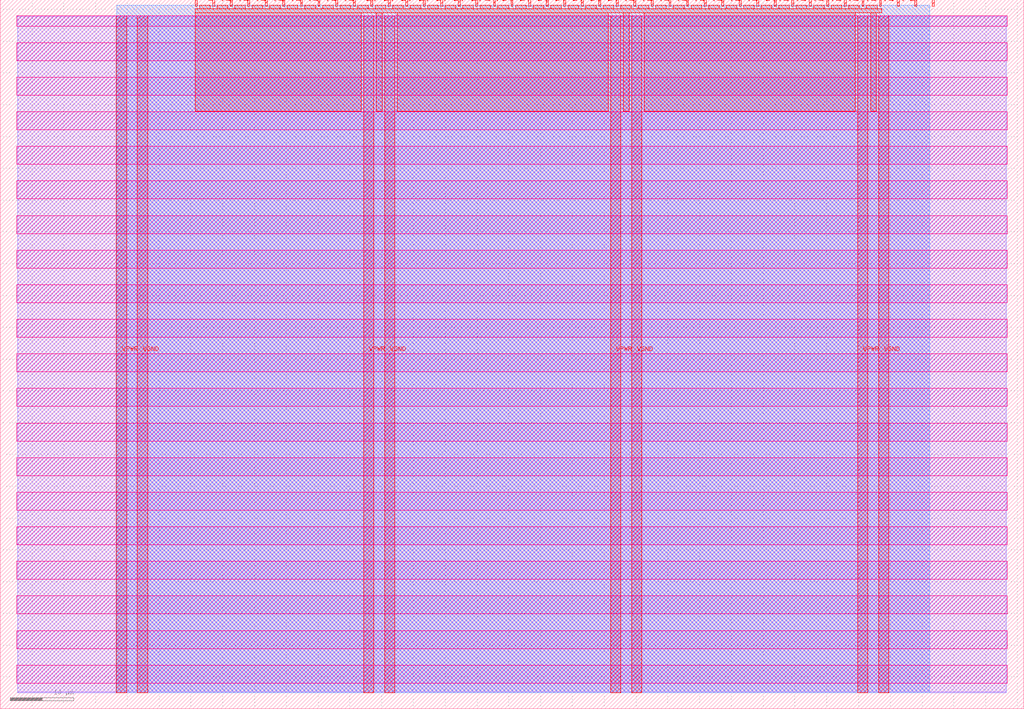
<source format=lef>
VERSION 5.7 ;
  NOWIREEXTENSIONATPIN ON ;
  DIVIDERCHAR "/" ;
  BUSBITCHARS "[]" ;
MACRO tt_um_wokwi_408216451206371329
  CLASS BLOCK ;
  FOREIGN tt_um_wokwi_408216451206371329 ;
  ORIGIN 0.000 0.000 ;
  SIZE 161.000 BY 111.520 ;
  PIN VGND
    DIRECTION INOUT ;
    USE GROUND ;
    PORT
      LAYER met4 ;
        RECT 21.580 2.480 23.180 109.040 ;
    END
    PORT
      LAYER met4 ;
        RECT 60.450 2.480 62.050 109.040 ;
    END
    PORT
      LAYER met4 ;
        RECT 99.320 2.480 100.920 109.040 ;
    END
    PORT
      LAYER met4 ;
        RECT 138.190 2.480 139.790 109.040 ;
    END
  END VGND
  PIN VPWR
    DIRECTION INOUT ;
    USE POWER ;
    PORT
      LAYER met4 ;
        RECT 18.280 2.480 19.880 109.040 ;
    END
    PORT
      LAYER met4 ;
        RECT 57.150 2.480 58.750 109.040 ;
    END
    PORT
      LAYER met4 ;
        RECT 96.020 2.480 97.620 109.040 ;
    END
    PORT
      LAYER met4 ;
        RECT 134.890 2.480 136.490 109.040 ;
    END
  END VPWR
  PIN clk
    DIRECTION INPUT ;
    USE SIGNAL ;
    PORT
      LAYER met4 ;
        RECT 143.830 110.520 144.130 111.520 ;
    END
  END clk
  PIN ena
    DIRECTION INPUT ;
    USE SIGNAL ;
    PORT
      LAYER met4 ;
        RECT 146.590 110.520 146.890 111.520 ;
    END
  END ena
  PIN rst_n
    DIRECTION INPUT ;
    USE SIGNAL ;
    PORT
      LAYER met4 ;
        RECT 141.070 110.520 141.370 111.520 ;
    END
  END rst_n
  PIN ui_in[0]
    DIRECTION INPUT ;
    USE SIGNAL ;
    ANTENNAGATEAREA 0.196500 ;
    PORT
      LAYER met4 ;
        RECT 138.310 110.520 138.610 111.520 ;
    END
  END ui_in[0]
  PIN ui_in[1]
    DIRECTION INPUT ;
    USE SIGNAL ;
    ANTENNAGATEAREA 0.196500 ;
    PORT
      LAYER met4 ;
        RECT 135.550 110.520 135.850 111.520 ;
    END
  END ui_in[1]
  PIN ui_in[2]
    DIRECTION INPUT ;
    USE SIGNAL ;
    ANTENNAGATEAREA 0.196500 ;
    PORT
      LAYER met4 ;
        RECT 132.790 110.520 133.090 111.520 ;
    END
  END ui_in[2]
  PIN ui_in[3]
    DIRECTION INPUT ;
    USE SIGNAL ;
    ANTENNAGATEAREA 0.196500 ;
    PORT
      LAYER met4 ;
        RECT 130.030 110.520 130.330 111.520 ;
    END
  END ui_in[3]
  PIN ui_in[4]
    DIRECTION INPUT ;
    USE SIGNAL ;
    ANTENNAGATEAREA 0.196500 ;
    PORT
      LAYER met4 ;
        RECT 127.270 110.520 127.570 111.520 ;
    END
  END ui_in[4]
  PIN ui_in[5]
    DIRECTION INPUT ;
    USE SIGNAL ;
    ANTENNAGATEAREA 0.196500 ;
    PORT
      LAYER met4 ;
        RECT 124.510 110.520 124.810 111.520 ;
    END
  END ui_in[5]
  PIN ui_in[6]
    DIRECTION INPUT ;
    USE SIGNAL ;
    ANTENNAGATEAREA 0.196500 ;
    PORT
      LAYER met4 ;
        RECT 121.750 110.520 122.050 111.520 ;
    END
  END ui_in[6]
  PIN ui_in[7]
    DIRECTION INPUT ;
    USE SIGNAL ;
    ANTENNAGATEAREA 0.196500 ;
    PORT
      LAYER met4 ;
        RECT 118.990 110.520 119.290 111.520 ;
    END
  END ui_in[7]
  PIN uio_in[0]
    DIRECTION INPUT ;
    USE SIGNAL ;
    PORT
      LAYER met4 ;
        RECT 116.230 110.520 116.530 111.520 ;
    END
  END uio_in[0]
  PIN uio_in[1]
    DIRECTION INPUT ;
    USE SIGNAL ;
    PORT
      LAYER met4 ;
        RECT 113.470 110.520 113.770 111.520 ;
    END
  END uio_in[1]
  PIN uio_in[2]
    DIRECTION INPUT ;
    USE SIGNAL ;
    PORT
      LAYER met4 ;
        RECT 110.710 110.520 111.010 111.520 ;
    END
  END uio_in[2]
  PIN uio_in[3]
    DIRECTION INPUT ;
    USE SIGNAL ;
    PORT
      LAYER met4 ;
        RECT 107.950 110.520 108.250 111.520 ;
    END
  END uio_in[3]
  PIN uio_in[4]
    DIRECTION INPUT ;
    USE SIGNAL ;
    PORT
      LAYER met4 ;
        RECT 105.190 110.520 105.490 111.520 ;
    END
  END uio_in[4]
  PIN uio_in[5]
    DIRECTION INPUT ;
    USE SIGNAL ;
    PORT
      LAYER met4 ;
        RECT 102.430 110.520 102.730 111.520 ;
    END
  END uio_in[5]
  PIN uio_in[6]
    DIRECTION INPUT ;
    USE SIGNAL ;
    PORT
      LAYER met4 ;
        RECT 99.670 110.520 99.970 111.520 ;
    END
  END uio_in[6]
  PIN uio_in[7]
    DIRECTION INPUT ;
    USE SIGNAL ;
    PORT
      LAYER met4 ;
        RECT 96.910 110.520 97.210 111.520 ;
    END
  END uio_in[7]
  PIN uio_oe[0]
    DIRECTION OUTPUT ;
    USE SIGNAL ;
    ANTENNADIFFAREA 0.445500 ;
    PORT
      LAYER met4 ;
        RECT 49.990 110.520 50.290 111.520 ;
    END
  END uio_oe[0]
  PIN uio_oe[1]
    DIRECTION OUTPUT ;
    USE SIGNAL ;
    ANTENNADIFFAREA 0.445500 ;
    PORT
      LAYER met4 ;
        RECT 47.230 110.520 47.530 111.520 ;
    END
  END uio_oe[1]
  PIN uio_oe[2]
    DIRECTION OUTPUT ;
    USE SIGNAL ;
    ANTENNADIFFAREA 0.445500 ;
    PORT
      LAYER met4 ;
        RECT 44.470 110.520 44.770 111.520 ;
    END
  END uio_oe[2]
  PIN uio_oe[3]
    DIRECTION OUTPUT ;
    USE SIGNAL ;
    ANTENNADIFFAREA 0.445500 ;
    PORT
      LAYER met4 ;
        RECT 41.710 110.520 42.010 111.520 ;
    END
  END uio_oe[3]
  PIN uio_oe[4]
    DIRECTION OUTPUT ;
    USE SIGNAL ;
    ANTENNADIFFAREA 0.445500 ;
    PORT
      LAYER met4 ;
        RECT 38.950 110.520 39.250 111.520 ;
    END
  END uio_oe[4]
  PIN uio_oe[5]
    DIRECTION OUTPUT ;
    USE SIGNAL ;
    ANTENNADIFFAREA 0.445500 ;
    PORT
      LAYER met4 ;
        RECT 36.190 110.520 36.490 111.520 ;
    END
  END uio_oe[5]
  PIN uio_oe[6]
    DIRECTION OUTPUT ;
    USE SIGNAL ;
    ANTENNADIFFAREA 0.445500 ;
    PORT
      LAYER met4 ;
        RECT 33.430 110.520 33.730 111.520 ;
    END
  END uio_oe[6]
  PIN uio_oe[7]
    DIRECTION OUTPUT ;
    USE SIGNAL ;
    ANTENNADIFFAREA 0.445500 ;
    PORT
      LAYER met4 ;
        RECT 30.670 110.520 30.970 111.520 ;
    END
  END uio_oe[7]
  PIN uio_out[0]
    DIRECTION OUTPUT ;
    USE SIGNAL ;
    ANTENNADIFFAREA 0.445500 ;
    PORT
      LAYER met4 ;
        RECT 72.070 110.520 72.370 111.520 ;
    END
  END uio_out[0]
  PIN uio_out[1]
    DIRECTION OUTPUT ;
    USE SIGNAL ;
    ANTENNADIFFAREA 0.445500 ;
    PORT
      LAYER met4 ;
        RECT 69.310 110.520 69.610 111.520 ;
    END
  END uio_out[1]
  PIN uio_out[2]
    DIRECTION OUTPUT ;
    USE SIGNAL ;
    ANTENNADIFFAREA 0.445500 ;
    PORT
      LAYER met4 ;
        RECT 66.550 110.520 66.850 111.520 ;
    END
  END uio_out[2]
  PIN uio_out[3]
    DIRECTION OUTPUT ;
    USE SIGNAL ;
    ANTENNADIFFAREA 0.445500 ;
    PORT
      LAYER met4 ;
        RECT 63.790 110.520 64.090 111.520 ;
    END
  END uio_out[3]
  PIN uio_out[4]
    DIRECTION OUTPUT ;
    USE SIGNAL ;
    ANTENNADIFFAREA 0.445500 ;
    PORT
      LAYER met4 ;
        RECT 61.030 110.520 61.330 111.520 ;
    END
  END uio_out[4]
  PIN uio_out[5]
    DIRECTION OUTPUT ;
    USE SIGNAL ;
    ANTENNADIFFAREA 0.445500 ;
    PORT
      LAYER met4 ;
        RECT 58.270 110.520 58.570 111.520 ;
    END
  END uio_out[5]
  PIN uio_out[6]
    DIRECTION OUTPUT ;
    USE SIGNAL ;
    ANTENNADIFFAREA 0.445500 ;
    PORT
      LAYER met4 ;
        RECT 55.510 110.520 55.810 111.520 ;
    END
  END uio_out[6]
  PIN uio_out[7]
    DIRECTION OUTPUT ;
    USE SIGNAL ;
    ANTENNADIFFAREA 0.445500 ;
    PORT
      LAYER met4 ;
        RECT 52.750 110.520 53.050 111.520 ;
    END
  END uio_out[7]
  PIN uo_out[0]
    DIRECTION OUTPUT ;
    USE SIGNAL ;
    ANTENNADIFFAREA 0.795200 ;
    PORT
      LAYER met4 ;
        RECT 94.150 110.520 94.450 111.520 ;
    END
  END uo_out[0]
  PIN uo_out[1]
    DIRECTION OUTPUT ;
    USE SIGNAL ;
    ANTENNADIFFAREA 0.795200 ;
    PORT
      LAYER met4 ;
        RECT 91.390 110.520 91.690 111.520 ;
    END
  END uo_out[1]
  PIN uo_out[2]
    DIRECTION OUTPUT ;
    USE SIGNAL ;
    ANTENNADIFFAREA 0.445500 ;
    PORT
      LAYER met4 ;
        RECT 88.630 110.520 88.930 111.520 ;
    END
  END uo_out[2]
  PIN uo_out[3]
    DIRECTION OUTPUT ;
    USE SIGNAL ;
    ANTENNADIFFAREA 0.445500 ;
    PORT
      LAYER met4 ;
        RECT 85.870 110.520 86.170 111.520 ;
    END
  END uo_out[3]
  PIN uo_out[4]
    DIRECTION OUTPUT ;
    USE SIGNAL ;
    ANTENNADIFFAREA 0.445500 ;
    PORT
      LAYER met4 ;
        RECT 83.110 110.520 83.410 111.520 ;
    END
  END uo_out[4]
  PIN uo_out[5]
    DIRECTION OUTPUT ;
    USE SIGNAL ;
    ANTENNADIFFAREA 0.445500 ;
    PORT
      LAYER met4 ;
        RECT 80.350 110.520 80.650 111.520 ;
    END
  END uo_out[5]
  PIN uo_out[6]
    DIRECTION OUTPUT ;
    USE SIGNAL ;
    ANTENNADIFFAREA 0.445500 ;
    PORT
      LAYER met4 ;
        RECT 77.590 110.520 77.890 111.520 ;
    END
  END uo_out[6]
  PIN uo_out[7]
    DIRECTION OUTPUT ;
    USE SIGNAL ;
    ANTENNADIFFAREA 0.445500 ;
    PORT
      LAYER met4 ;
        RECT 74.830 110.520 75.130 111.520 ;
    END
  END uo_out[7]
  OBS
      LAYER nwell ;
        RECT 2.570 107.385 158.430 108.990 ;
        RECT 2.570 101.945 158.430 104.775 ;
        RECT 2.570 96.505 158.430 99.335 ;
        RECT 2.570 91.065 158.430 93.895 ;
        RECT 2.570 85.625 158.430 88.455 ;
        RECT 2.570 80.185 158.430 83.015 ;
        RECT 2.570 74.745 158.430 77.575 ;
        RECT 2.570 69.305 158.430 72.135 ;
        RECT 2.570 63.865 158.430 66.695 ;
        RECT 2.570 58.425 158.430 61.255 ;
        RECT 2.570 52.985 158.430 55.815 ;
        RECT 2.570 47.545 158.430 50.375 ;
        RECT 2.570 42.105 158.430 44.935 ;
        RECT 2.570 36.665 158.430 39.495 ;
        RECT 2.570 31.225 158.430 34.055 ;
        RECT 2.570 25.785 158.430 28.615 ;
        RECT 2.570 20.345 158.430 23.175 ;
        RECT 2.570 14.905 158.430 17.735 ;
        RECT 2.570 9.465 158.430 12.295 ;
        RECT 2.570 4.025 158.430 6.855 ;
      LAYER li1 ;
        RECT 2.760 2.635 158.240 108.885 ;
      LAYER met1 ;
        RECT 2.760 2.480 158.240 109.040 ;
      LAYER met2 ;
        RECT 18.310 2.535 146.190 110.685 ;
      LAYER met3 ;
        RECT 18.290 2.555 146.215 110.665 ;
      LAYER met4 ;
        RECT 31.370 110.120 33.030 110.665 ;
        RECT 34.130 110.120 35.790 110.665 ;
        RECT 36.890 110.120 38.550 110.665 ;
        RECT 39.650 110.120 41.310 110.665 ;
        RECT 42.410 110.120 44.070 110.665 ;
        RECT 45.170 110.120 46.830 110.665 ;
        RECT 47.930 110.120 49.590 110.665 ;
        RECT 50.690 110.120 52.350 110.665 ;
        RECT 53.450 110.120 55.110 110.665 ;
        RECT 56.210 110.120 57.870 110.665 ;
        RECT 58.970 110.120 60.630 110.665 ;
        RECT 61.730 110.120 63.390 110.665 ;
        RECT 64.490 110.120 66.150 110.665 ;
        RECT 67.250 110.120 68.910 110.665 ;
        RECT 70.010 110.120 71.670 110.665 ;
        RECT 72.770 110.120 74.430 110.665 ;
        RECT 75.530 110.120 77.190 110.665 ;
        RECT 78.290 110.120 79.950 110.665 ;
        RECT 81.050 110.120 82.710 110.665 ;
        RECT 83.810 110.120 85.470 110.665 ;
        RECT 86.570 110.120 88.230 110.665 ;
        RECT 89.330 110.120 90.990 110.665 ;
        RECT 92.090 110.120 93.750 110.665 ;
        RECT 94.850 110.120 96.510 110.665 ;
        RECT 97.610 110.120 99.270 110.665 ;
        RECT 100.370 110.120 102.030 110.665 ;
        RECT 103.130 110.120 104.790 110.665 ;
        RECT 105.890 110.120 107.550 110.665 ;
        RECT 108.650 110.120 110.310 110.665 ;
        RECT 111.410 110.120 113.070 110.665 ;
        RECT 114.170 110.120 115.830 110.665 ;
        RECT 116.930 110.120 118.590 110.665 ;
        RECT 119.690 110.120 121.350 110.665 ;
        RECT 122.450 110.120 124.110 110.665 ;
        RECT 125.210 110.120 126.870 110.665 ;
        RECT 127.970 110.120 129.630 110.665 ;
        RECT 130.730 110.120 132.390 110.665 ;
        RECT 133.490 110.120 135.150 110.665 ;
        RECT 136.250 110.120 137.910 110.665 ;
        RECT 30.655 109.440 138.625 110.120 ;
        RECT 30.655 94.015 56.750 109.440 ;
        RECT 59.150 94.015 60.050 109.440 ;
        RECT 62.450 94.015 95.620 109.440 ;
        RECT 98.020 94.015 98.920 109.440 ;
        RECT 101.320 94.015 134.490 109.440 ;
        RECT 136.890 94.015 137.790 109.440 ;
  END
END tt_um_wokwi_408216451206371329
END LIBRARY


</source>
